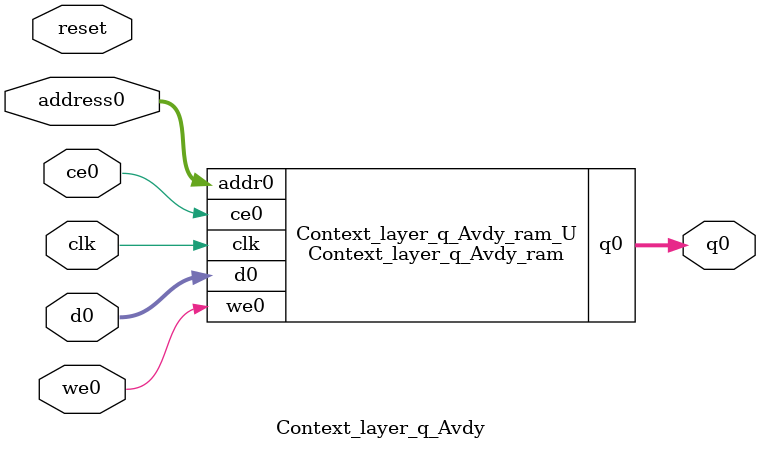
<source format=v>
`timescale 1 ns / 1 ps
module Context_layer_q_Avdy_ram (addr0, ce0, d0, we0, q0,  clk);

parameter DWIDTH = 12;
parameter AWIDTH = 8;
parameter MEM_SIZE = 144;

input[AWIDTH-1:0] addr0;
input ce0;
input[DWIDTH-1:0] d0;
input we0;
output reg[DWIDTH-1:0] q0;
input clk;

(* ram_style = "block" *)reg [DWIDTH-1:0] ram[0:MEM_SIZE-1];




always @(posedge clk)  
begin 
    if (ce0) begin
        if (we0) 
            ram[addr0] <= d0; 
        q0 <= ram[addr0];
    end
end


endmodule

`timescale 1 ns / 1 ps
module Context_layer_q_Avdy(
    reset,
    clk,
    address0,
    ce0,
    we0,
    d0,
    q0);

parameter DataWidth = 32'd12;
parameter AddressRange = 32'd144;
parameter AddressWidth = 32'd8;
input reset;
input clk;
input[AddressWidth - 1:0] address0;
input ce0;
input we0;
input[DataWidth - 1:0] d0;
output[DataWidth - 1:0] q0;



Context_layer_q_Avdy_ram Context_layer_q_Avdy_ram_U(
    .clk( clk ),
    .addr0( address0 ),
    .ce0( ce0 ),
    .we0( we0 ),
    .d0( d0 ),
    .q0( q0 ));

endmodule


</source>
